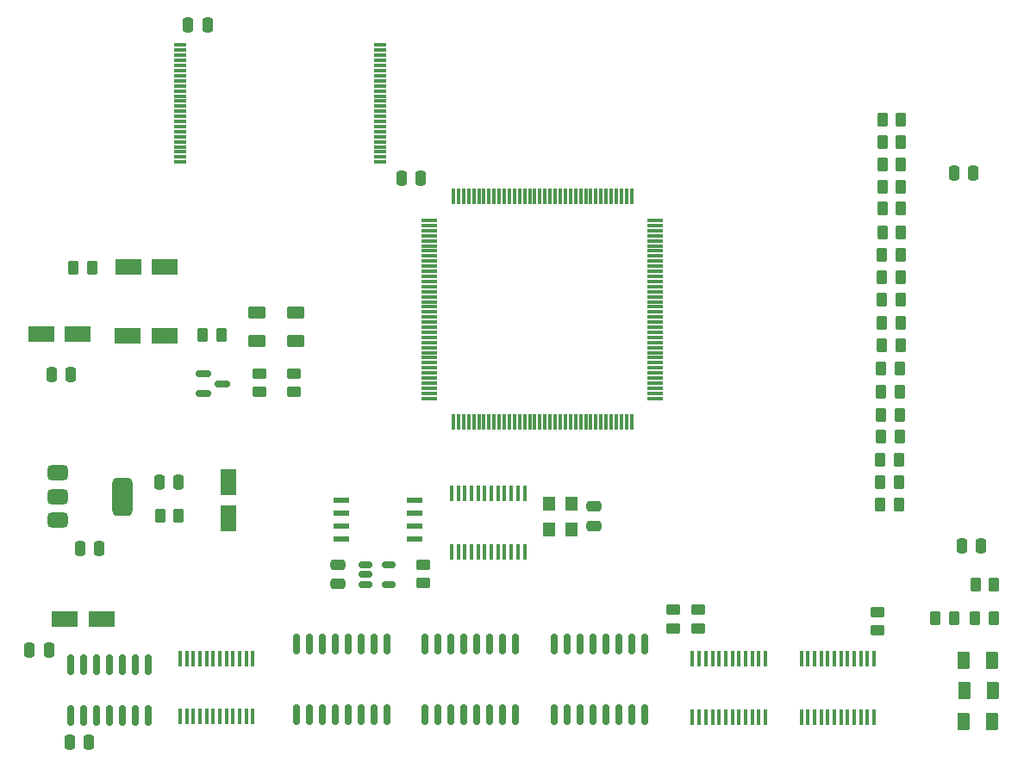
<source format=gtp>
G04 #@! TF.GenerationSoftware,KiCad,Pcbnew,8.0.5*
G04 #@! TF.CreationDate,2024-10-19T15:21:04+01:00*
G04 #@! TF.ProjectId,GfxVGA,47667856-4741-42e6-9b69-6361645f7063,rev?*
G04 #@! TF.SameCoordinates,Original*
G04 #@! TF.FileFunction,Paste,Top*
G04 #@! TF.FilePolarity,Positive*
%FSLAX46Y46*%
G04 Gerber Fmt 4.6, Leading zero omitted, Abs format (unit mm)*
G04 Created by KiCad (PCBNEW 8.0.5) date 2024-10-19 15:21:04*
%MOMM*%
%LPD*%
G01*
G04 APERTURE LIST*
G04 Aperture macros list*
%AMRoundRect*
0 Rectangle with rounded corners*
0 $1 Rounding radius*
0 $2 $3 $4 $5 $6 $7 $8 $9 X,Y pos of 4 corners*
0 Add a 4 corners polygon primitive as box body*
4,1,4,$2,$3,$4,$5,$6,$7,$8,$9,$2,$3,0*
0 Add four circle primitives for the rounded corners*
1,1,$1+$1,$2,$3*
1,1,$1+$1,$4,$5*
1,1,$1+$1,$6,$7*
1,1,$1+$1,$8,$9*
0 Add four rect primitives between the rounded corners*
20,1,$1+$1,$2,$3,$4,$5,0*
20,1,$1+$1,$4,$5,$6,$7,0*
20,1,$1+$1,$6,$7,$8,$9,0*
20,1,$1+$1,$8,$9,$2,$3,0*%
G04 Aperture macros list end*
%ADD10RoundRect,0.250000X-0.262500X-0.450000X0.262500X-0.450000X0.262500X0.450000X-0.262500X0.450000X0*%
%ADD11RoundRect,0.250000X0.450000X-0.262500X0.450000X0.262500X-0.450000X0.262500X-0.450000X-0.262500X0*%
%ADD12RoundRect,0.250000X0.250000X0.475000X-0.250000X0.475000X-0.250000X-0.475000X0.250000X-0.475000X0*%
%ADD13RoundRect,0.250000X-1.050000X-0.550000X1.050000X-0.550000X1.050000X0.550000X-1.050000X0.550000X0*%
%ADD14RoundRect,0.375000X-0.625000X-0.375000X0.625000X-0.375000X0.625000X0.375000X-0.625000X0.375000X0*%
%ADD15RoundRect,0.500000X-0.500000X-1.400000X0.500000X-1.400000X0.500000X1.400000X-0.500000X1.400000X0*%
%ADD16RoundRect,0.250000X-0.450000X0.262500X-0.450000X-0.262500X0.450000X-0.262500X0.450000X0.262500X0*%
%ADD17R,1.300000X0.300000*%
%ADD18RoundRect,0.150000X0.150000X-0.837500X0.150000X0.837500X-0.150000X0.837500X-0.150000X-0.837500X0*%
%ADD19RoundRect,0.250000X-0.250000X-0.475000X0.250000X-0.475000X0.250000X0.475000X-0.250000X0.475000X0*%
%ADD20R,0.410000X1.570000*%
%ADD21RoundRect,0.150000X-0.512500X-0.150000X0.512500X-0.150000X0.512500X0.150000X-0.512500X0.150000X0*%
%ADD22RoundRect,0.250000X0.475000X-0.250000X0.475000X0.250000X-0.475000X0.250000X-0.475000X-0.250000X0*%
%ADD23RoundRect,0.250000X0.550000X-1.050000X0.550000X1.050000X-0.550000X1.050000X-0.550000X-1.050000X0*%
%ADD24RoundRect,0.250000X-0.375000X-0.625000X0.375000X-0.625000X0.375000X0.625000X-0.375000X0.625000X0*%
%ADD25R,1.600000X0.300000*%
%ADD26R,0.300000X1.600000*%
%ADD27R,1.610000X0.580000*%
%ADD28RoundRect,0.250000X0.625000X-0.375000X0.625000X0.375000X-0.625000X0.375000X-0.625000X-0.375000X0*%
%ADD29RoundRect,0.150000X0.150000X-0.825000X0.150000X0.825000X-0.150000X0.825000X-0.150000X-0.825000X0*%
%ADD30RoundRect,0.250000X0.262500X0.450000X-0.262500X0.450000X-0.262500X-0.450000X0.262500X-0.450000X0*%
%ADD31RoundRect,0.150000X-0.587500X-0.150000X0.587500X-0.150000X0.587500X0.150000X-0.587500X0.150000X0*%
%ADD32R,1.200000X1.400000*%
G04 APERTURE END LIST*
D10*
X186582600Y-94422800D03*
X188407600Y-94422800D03*
D11*
X141534100Y-119962800D03*
X141534100Y-118137800D03*
D10*
X186481000Y-101128400D03*
X188306000Y-101128400D03*
X195787000Y-120142000D03*
X197612000Y-120142000D03*
D12*
X117485200Y-110032800D03*
X115585200Y-110032800D03*
D13*
X112517400Y-95630600D03*
X116117400Y-95630600D03*
D14*
X105663200Y-109155200D03*
X105663200Y-111455200D03*
D15*
X111963200Y-111455200D03*
D14*
X105663200Y-113755200D03*
D16*
X128858400Y-99347400D03*
X128858400Y-101172400D03*
D17*
X117612400Y-67081000D03*
X117612400Y-67581000D03*
X117612400Y-68081000D03*
X117612400Y-68581000D03*
X117612400Y-69081000D03*
X117612400Y-69581000D03*
X117612400Y-70081000D03*
X117612400Y-70581000D03*
X117612400Y-71081000D03*
X117612400Y-71581000D03*
X117612400Y-72081000D03*
X117612400Y-72581000D03*
X117612400Y-73081000D03*
X117612400Y-73581000D03*
X117612400Y-74081000D03*
X117612400Y-74581000D03*
X117612400Y-75081000D03*
X117612400Y-75581000D03*
X117612400Y-76081000D03*
X117612400Y-76581000D03*
X117612400Y-77081000D03*
X117612400Y-77581000D03*
X117612400Y-78081000D03*
X117612400Y-78581000D03*
X137312400Y-78581000D03*
X137312400Y-78081000D03*
X137312400Y-77581000D03*
X137312400Y-77081000D03*
X137312400Y-76581000D03*
X137312400Y-76081000D03*
X137312400Y-75581000D03*
X137312400Y-75081000D03*
X137312400Y-74581000D03*
X137312400Y-74081000D03*
X137312400Y-73581000D03*
X137312400Y-73081000D03*
X137312400Y-72581000D03*
X137312400Y-72081000D03*
X137312400Y-71581000D03*
X137312400Y-71081000D03*
X137312400Y-70581000D03*
X137312400Y-70081000D03*
X137312400Y-69581000D03*
X137312400Y-69081000D03*
X137312400Y-68581000D03*
X137312400Y-68081000D03*
X137312400Y-67581000D03*
X137312400Y-67081000D03*
D18*
X141685000Y-132900000D03*
X142955000Y-132900000D03*
X144225000Y-132900000D03*
X145495000Y-132900000D03*
X146765000Y-132900000D03*
X148035000Y-132900000D03*
X149305000Y-132900000D03*
X150575000Y-132900000D03*
X150575000Y-125975000D03*
X149305000Y-125975000D03*
X148035000Y-125975000D03*
X146765000Y-125975000D03*
X145495000Y-125975000D03*
X144225000Y-125975000D03*
X142955000Y-125975000D03*
X141685000Y-125975000D03*
X129085000Y-132900000D03*
X130355000Y-132900000D03*
X131625000Y-132900000D03*
X132895000Y-132900000D03*
X134165000Y-132900000D03*
X135435000Y-132900000D03*
X136705000Y-132900000D03*
X137975000Y-132900000D03*
X137975000Y-125975000D03*
X136705000Y-125975000D03*
X135435000Y-125975000D03*
X134165000Y-125975000D03*
X132895000Y-125975000D03*
X131625000Y-125975000D03*
X130355000Y-125975000D03*
X129085000Y-125975000D03*
D10*
X195736200Y-123444000D03*
X197561200Y-123444000D03*
X119870600Y-95584400D03*
X121695600Y-95584400D03*
D19*
X106812000Y-135636000D03*
X108712000Y-135636000D03*
D10*
X186633400Y-74371200D03*
X188458400Y-74371200D03*
D20*
X178663600Y-133172200D03*
X179313600Y-133172200D03*
X179963600Y-133172200D03*
X180613600Y-133172200D03*
X181263600Y-133172200D03*
X181913600Y-133172200D03*
X182563600Y-133172200D03*
X183213600Y-133172200D03*
X183863600Y-133172200D03*
X184513600Y-133172200D03*
X185163600Y-133172200D03*
X185813600Y-133172200D03*
X185813600Y-127432200D03*
X185163600Y-127432200D03*
X184513600Y-127432200D03*
X183863600Y-127432200D03*
X183213600Y-127432200D03*
X182563600Y-127432200D03*
X181913600Y-127432200D03*
X181263600Y-127432200D03*
X180613600Y-127432200D03*
X179963600Y-127432200D03*
X179313600Y-127432200D03*
X178663600Y-127432200D03*
D10*
X186481000Y-103414400D03*
X188306000Y-103414400D03*
D20*
X167983000Y-133172200D03*
X168633000Y-133172200D03*
X169283000Y-133172200D03*
X169933000Y-133172200D03*
X170583000Y-133172200D03*
X171233000Y-133172200D03*
X171883000Y-133172200D03*
X172533000Y-133172200D03*
X173183000Y-133172200D03*
X173833000Y-133172200D03*
X174483000Y-133172200D03*
X175133000Y-133172200D03*
X175133000Y-127432200D03*
X174483000Y-127432200D03*
X173833000Y-127432200D03*
X173183000Y-127432200D03*
X172533000Y-127432200D03*
X171883000Y-127432200D03*
X171233000Y-127432200D03*
X170583000Y-127432200D03*
X169933000Y-127432200D03*
X169283000Y-127432200D03*
X168633000Y-127432200D03*
X167983000Y-127432200D03*
D10*
X186490600Y-98856800D03*
X188315600Y-98856800D03*
D13*
X112550000Y-88925000D03*
X116150000Y-88925000D03*
D21*
X135850000Y-118200000D03*
X135850000Y-119150000D03*
X135850000Y-120100000D03*
X138125000Y-120100000D03*
X138125000Y-118200000D03*
D10*
X186633400Y-81026000D03*
X188458400Y-81026000D03*
D12*
X104750000Y-126550000D03*
X102850000Y-126550000D03*
D10*
X186633400Y-78841600D03*
X188458400Y-78841600D03*
D18*
X154430000Y-132900000D03*
X155700000Y-132900000D03*
X156970000Y-132900000D03*
X158240000Y-132900000D03*
X159510000Y-132900000D03*
X160780000Y-132900000D03*
X162050000Y-132900000D03*
X163320000Y-132900000D03*
X163320000Y-125975000D03*
X162050000Y-125975000D03*
X160780000Y-125975000D03*
X159510000Y-125975000D03*
X158240000Y-125975000D03*
X156970000Y-125975000D03*
X155700000Y-125975000D03*
X154430000Y-125975000D03*
D19*
X193664800Y-79654400D03*
X195564800Y-79654400D03*
D11*
X125404000Y-101168600D03*
X125404000Y-99343600D03*
D22*
X133184100Y-120037800D03*
X133184100Y-118137800D03*
D23*
X122377200Y-113632800D03*
X122377200Y-110032800D03*
D24*
X194608800Y-133604000D03*
X197408800Y-133604000D03*
D10*
X107187200Y-88975800D03*
X109012200Y-88975800D03*
D11*
X186150000Y-124650000D03*
X186150000Y-122825000D03*
D10*
X186439800Y-112217200D03*
X188264800Y-112217200D03*
D12*
X120325000Y-65125000D03*
X118425000Y-65125000D03*
D19*
X107802600Y-116586000D03*
X109702600Y-116586000D03*
D10*
X186582600Y-92136800D03*
X188407600Y-92136800D03*
D25*
X142138200Y-84315600D03*
X142138200Y-84815600D03*
X142138200Y-85315600D03*
X142138200Y-85815600D03*
X142138200Y-86315600D03*
X142138200Y-86815600D03*
X142138200Y-87315600D03*
X142138200Y-87815600D03*
X142138200Y-88315600D03*
X142138200Y-88815600D03*
X142138200Y-89315600D03*
X142138200Y-89815600D03*
X142138200Y-90315600D03*
X142138200Y-90815600D03*
X142138200Y-91315600D03*
X142138200Y-91815600D03*
X142138200Y-92315600D03*
X142138200Y-92815600D03*
X142138200Y-93315600D03*
X142138200Y-93815600D03*
X142138200Y-94315600D03*
X142138200Y-94815600D03*
X142138200Y-95315600D03*
X142138200Y-95815600D03*
X142138200Y-96315600D03*
X142138200Y-96815600D03*
X142138200Y-97315600D03*
X142138200Y-97815600D03*
X142138200Y-98315600D03*
X142138200Y-98815600D03*
X142138200Y-99315600D03*
X142138200Y-99815600D03*
X142138200Y-100315600D03*
X142138200Y-100815600D03*
X142138200Y-101315600D03*
X142138200Y-101815600D03*
D26*
X144488200Y-104165600D03*
X144988200Y-104165600D03*
X145488200Y-104165600D03*
X145988200Y-104165600D03*
X146488200Y-104165600D03*
X146988200Y-104165600D03*
X147488200Y-104165600D03*
X147988200Y-104165600D03*
X148488200Y-104165600D03*
X148988200Y-104165600D03*
X149488200Y-104165600D03*
X149988200Y-104165600D03*
X150488200Y-104165600D03*
X150988200Y-104165600D03*
X151488200Y-104165600D03*
X151988200Y-104165600D03*
X152488200Y-104165600D03*
X152988200Y-104165600D03*
X153488200Y-104165600D03*
X153988200Y-104165600D03*
X154488200Y-104165600D03*
X154988200Y-104165600D03*
X155488200Y-104165600D03*
X155988200Y-104165600D03*
X156488200Y-104165600D03*
X156988200Y-104165600D03*
X157488200Y-104165600D03*
X157988200Y-104165600D03*
X158488200Y-104165600D03*
X158988200Y-104165600D03*
X159488200Y-104165600D03*
X159988200Y-104165600D03*
X160488200Y-104165600D03*
X160988200Y-104165600D03*
X161488200Y-104165600D03*
X161988200Y-104165600D03*
D25*
X164338200Y-101815600D03*
X164338200Y-101315600D03*
X164338200Y-100815600D03*
X164338200Y-100315600D03*
X164338200Y-99815600D03*
X164338200Y-99315600D03*
X164338200Y-98815600D03*
X164338200Y-98315600D03*
X164338200Y-97815600D03*
X164338200Y-97315600D03*
X164338200Y-96815600D03*
X164338200Y-96315600D03*
X164338200Y-95815600D03*
X164338200Y-95315600D03*
X164338200Y-94815600D03*
X164338200Y-94315600D03*
X164338200Y-93815600D03*
X164338200Y-93315600D03*
X164338200Y-92815600D03*
X164338200Y-92315600D03*
X164338200Y-91815600D03*
X164338200Y-91315600D03*
X164338200Y-90815600D03*
X164338200Y-90315600D03*
X164338200Y-89815600D03*
X164338200Y-89315600D03*
X164338200Y-88815600D03*
X164338200Y-88315600D03*
X164338200Y-87815600D03*
X164338200Y-87315600D03*
X164338200Y-86815600D03*
X164338200Y-86315600D03*
X164338200Y-85815600D03*
X164338200Y-85315600D03*
X164338200Y-84815600D03*
X164338200Y-84315600D03*
D26*
X161988200Y-81965600D03*
X161488200Y-81965600D03*
X160988200Y-81965600D03*
X160488200Y-81965600D03*
X159988200Y-81965600D03*
X159488200Y-81965600D03*
X158988200Y-81965600D03*
X158488200Y-81965600D03*
X157988200Y-81965600D03*
X157488200Y-81965600D03*
X156988200Y-81965600D03*
X156488200Y-81965600D03*
X155988200Y-81965600D03*
X155488200Y-81965600D03*
X154988200Y-81965600D03*
X154488200Y-81965600D03*
X153988200Y-81965600D03*
X153488200Y-81965600D03*
X152988200Y-81965600D03*
X152488200Y-81965600D03*
X151988200Y-81965600D03*
X151488200Y-81965600D03*
X150988200Y-81965600D03*
X150488200Y-81965600D03*
X149988200Y-81965600D03*
X149488200Y-81965600D03*
X148988200Y-81965600D03*
X148488200Y-81965600D03*
X147988200Y-81965600D03*
X147488200Y-81965600D03*
X146988200Y-81965600D03*
X146488200Y-81965600D03*
X145988200Y-81965600D03*
X145488200Y-81965600D03*
X144988200Y-81965600D03*
X144488200Y-81965600D03*
D13*
X106305800Y-123545600D03*
X109905800Y-123545600D03*
D22*
X158284400Y-114329000D03*
X158284400Y-112429000D03*
D10*
X186582600Y-96607200D03*
X188407600Y-96607200D03*
X186582600Y-89901600D03*
X188407600Y-89901600D03*
D19*
X194442000Y-116332000D03*
X196342000Y-116332000D03*
D27*
X133462000Y-111823600D03*
X133462000Y-113093600D03*
X133462000Y-114363600D03*
X133462000Y-115633600D03*
X140672000Y-115633600D03*
X140672000Y-114363600D03*
X140672000Y-113093600D03*
X140672000Y-111823600D03*
D28*
X128960000Y-96200000D03*
X128960000Y-93400000D03*
D11*
X166065200Y-124407300D03*
X166065200Y-122582300D03*
D12*
X106929400Y-99491400D03*
X105029400Y-99491400D03*
D20*
X144325000Y-116890000D03*
X144975000Y-116890000D03*
X145625000Y-116890000D03*
X146275000Y-116890000D03*
X146925000Y-116890000D03*
X147575000Y-116890000D03*
X148225000Y-116890000D03*
X148875000Y-116890000D03*
X149525000Y-116890000D03*
X150175000Y-116890000D03*
X150825000Y-116890000D03*
X151475000Y-116890000D03*
X151475000Y-111150000D03*
X150825000Y-111150000D03*
X150175000Y-111150000D03*
X149525000Y-111150000D03*
X148875000Y-111150000D03*
X148225000Y-111150000D03*
X147575000Y-111150000D03*
X146925000Y-111150000D03*
X146275000Y-111150000D03*
X145625000Y-111150000D03*
X144975000Y-111150000D03*
X144325000Y-111150000D03*
D10*
X186481000Y-105598800D03*
X188306000Y-105598800D03*
D28*
X125150000Y-96200000D03*
X125150000Y-93400000D03*
D29*
X106934000Y-132966000D03*
X108204000Y-132966000D03*
X109474000Y-132966000D03*
X110744000Y-132966000D03*
X112014000Y-132966000D03*
X113284000Y-132966000D03*
X114554000Y-132966000D03*
X114554000Y-128016000D03*
X113284000Y-128016000D03*
X112014000Y-128016000D03*
X110744000Y-128016000D03*
X109474000Y-128016000D03*
X108204000Y-128016000D03*
X106934000Y-128016000D03*
D24*
X194659600Y-130556000D03*
X197459600Y-130556000D03*
D20*
X117638800Y-133121800D03*
X118288800Y-133121800D03*
X118938800Y-133121800D03*
X119588800Y-133121800D03*
X120238800Y-133121800D03*
X120888800Y-133121800D03*
X121538800Y-133121800D03*
X122188800Y-133121800D03*
X122838800Y-133121800D03*
X123488800Y-133121800D03*
X124138800Y-133121800D03*
X124788800Y-133121800D03*
X124788800Y-127381800D03*
X124138800Y-127381800D03*
X123488800Y-127381800D03*
X122838800Y-127381800D03*
X122188800Y-127381800D03*
X121538800Y-127381800D03*
X120888800Y-127381800D03*
X120238800Y-127381800D03*
X119588800Y-127381800D03*
X118938800Y-127381800D03*
X118288800Y-127381800D03*
X117638800Y-127381800D03*
D13*
X103989800Y-95529000D03*
X107589800Y-95529000D03*
D11*
X168503600Y-124432700D03*
X168503600Y-122607700D03*
D10*
X186633400Y-76606400D03*
X188458400Y-76606400D03*
D30*
X117496600Y-113385600D03*
X115671600Y-113385600D03*
D10*
X186439800Y-110083600D03*
X188264800Y-110083600D03*
D31*
X119922200Y-99409600D03*
X119922200Y-101309600D03*
X121797200Y-100359600D03*
D10*
X186582600Y-87666400D03*
X188407600Y-87666400D03*
D12*
X141300000Y-80200000D03*
X139400000Y-80200000D03*
D10*
X186633400Y-85482000D03*
X188458400Y-85482000D03*
X186629600Y-83159600D03*
X188454600Y-83159600D03*
D32*
X156100000Y-114715000D03*
X156100000Y-112175000D03*
X153900000Y-112175000D03*
X153900000Y-114715000D03*
D10*
X186430200Y-107884800D03*
X188255200Y-107884800D03*
D24*
X194634200Y-127558800D03*
X197434200Y-127558800D03*
D10*
X191822700Y-123418600D03*
X193647700Y-123418600D03*
M02*

</source>
